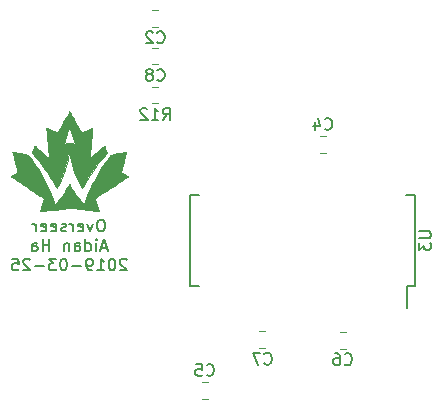
<source format=gbr>
G04 #@! TF.GenerationSoftware,KiCad,Pcbnew,5.1.0*
G04 #@! TF.CreationDate,2019-04-19T00:12:28-04:00*
G04 #@! TF.ProjectId,gps,6770732e-6b69-4636-9164-5f7063625858,rev?*
G04 #@! TF.SameCoordinates,Original*
G04 #@! TF.FileFunction,Legend,Bot*
G04 #@! TF.FilePolarity,Positive*
%FSLAX46Y46*%
G04 Gerber Fmt 4.6, Leading zero omitted, Abs format (unit mm)*
G04 Created by KiCad (PCBNEW 5.1.0) date 2019-04-19 00:12:28*
%MOMM*%
%LPD*%
G04 APERTURE LIST*
%ADD10C,0.150000*%
%ADD11C,0.120000*%
%ADD12C,0.010000*%
G04 APERTURE END LIST*
D10*
X122114914Y-88023180D02*
X121924438Y-88023180D01*
X121829200Y-88070800D01*
X121733961Y-88166038D01*
X121686342Y-88356514D01*
X121686342Y-88689847D01*
X121733961Y-88880323D01*
X121829200Y-88975561D01*
X121924438Y-89023180D01*
X122114914Y-89023180D01*
X122210152Y-88975561D01*
X122305390Y-88880323D01*
X122353009Y-88689847D01*
X122353009Y-88356514D01*
X122305390Y-88166038D01*
X122210152Y-88070800D01*
X122114914Y-88023180D01*
X121353009Y-88356514D02*
X121114914Y-89023180D01*
X120876819Y-88356514D01*
X120114914Y-88975561D02*
X120210152Y-89023180D01*
X120400628Y-89023180D01*
X120495866Y-88975561D01*
X120543485Y-88880323D01*
X120543485Y-88499371D01*
X120495866Y-88404133D01*
X120400628Y-88356514D01*
X120210152Y-88356514D01*
X120114914Y-88404133D01*
X120067295Y-88499371D01*
X120067295Y-88594609D01*
X120543485Y-88689847D01*
X119638723Y-89023180D02*
X119638723Y-88356514D01*
X119638723Y-88546990D02*
X119591104Y-88451752D01*
X119543485Y-88404133D01*
X119448247Y-88356514D01*
X119353009Y-88356514D01*
X119067295Y-88975561D02*
X118972057Y-89023180D01*
X118781580Y-89023180D01*
X118686342Y-88975561D01*
X118638723Y-88880323D01*
X118638723Y-88832704D01*
X118686342Y-88737466D01*
X118781580Y-88689847D01*
X118924438Y-88689847D01*
X119019676Y-88642228D01*
X119067295Y-88546990D01*
X119067295Y-88499371D01*
X119019676Y-88404133D01*
X118924438Y-88356514D01*
X118781580Y-88356514D01*
X118686342Y-88404133D01*
X117829200Y-88975561D02*
X117924438Y-89023180D01*
X118114914Y-89023180D01*
X118210152Y-88975561D01*
X118257771Y-88880323D01*
X118257771Y-88499371D01*
X118210152Y-88404133D01*
X118114914Y-88356514D01*
X117924438Y-88356514D01*
X117829200Y-88404133D01*
X117781580Y-88499371D01*
X117781580Y-88594609D01*
X118257771Y-88689847D01*
X116972057Y-88975561D02*
X117067295Y-89023180D01*
X117257771Y-89023180D01*
X117353009Y-88975561D01*
X117400628Y-88880323D01*
X117400628Y-88499371D01*
X117353009Y-88404133D01*
X117257771Y-88356514D01*
X117067295Y-88356514D01*
X116972057Y-88404133D01*
X116924438Y-88499371D01*
X116924438Y-88594609D01*
X117400628Y-88689847D01*
X116495866Y-89023180D02*
X116495866Y-88356514D01*
X116495866Y-88546990D02*
X116448247Y-88451752D01*
X116400628Y-88404133D01*
X116305390Y-88356514D01*
X116210152Y-88356514D01*
X122519676Y-90387466D02*
X122043485Y-90387466D01*
X122614914Y-90673180D02*
X122281580Y-89673180D01*
X121948247Y-90673180D01*
X121614914Y-90673180D02*
X121614914Y-90006514D01*
X121614914Y-89673180D02*
X121662533Y-89720800D01*
X121614914Y-89768419D01*
X121567295Y-89720800D01*
X121614914Y-89673180D01*
X121614914Y-89768419D01*
X120710152Y-90673180D02*
X120710152Y-89673180D01*
X120710152Y-90625561D02*
X120805390Y-90673180D01*
X120995866Y-90673180D01*
X121091104Y-90625561D01*
X121138723Y-90577942D01*
X121186342Y-90482704D01*
X121186342Y-90196990D01*
X121138723Y-90101752D01*
X121091104Y-90054133D01*
X120995866Y-90006514D01*
X120805390Y-90006514D01*
X120710152Y-90054133D01*
X119805390Y-90673180D02*
X119805390Y-90149371D01*
X119853009Y-90054133D01*
X119948247Y-90006514D01*
X120138723Y-90006514D01*
X120233961Y-90054133D01*
X119805390Y-90625561D02*
X119900628Y-90673180D01*
X120138723Y-90673180D01*
X120233961Y-90625561D01*
X120281580Y-90530323D01*
X120281580Y-90435085D01*
X120233961Y-90339847D01*
X120138723Y-90292228D01*
X119900628Y-90292228D01*
X119805390Y-90244609D01*
X119329200Y-90006514D02*
X119329200Y-90673180D01*
X119329200Y-90101752D02*
X119281580Y-90054133D01*
X119186342Y-90006514D01*
X119043485Y-90006514D01*
X118948247Y-90054133D01*
X118900628Y-90149371D01*
X118900628Y-90673180D01*
X117662533Y-90673180D02*
X117662533Y-89673180D01*
X117662533Y-90149371D02*
X117091104Y-90149371D01*
X117091104Y-90673180D02*
X117091104Y-89673180D01*
X116186342Y-90673180D02*
X116186342Y-90149371D01*
X116233961Y-90054133D01*
X116329199Y-90006514D01*
X116519676Y-90006514D01*
X116614914Y-90054133D01*
X116186342Y-90625561D02*
X116281580Y-90673180D01*
X116519676Y-90673180D01*
X116614914Y-90625561D01*
X116662533Y-90530323D01*
X116662533Y-90435085D01*
X116614914Y-90339847D01*
X116519676Y-90292228D01*
X116281580Y-90292228D01*
X116186342Y-90244609D01*
X124186342Y-91418419D02*
X124138723Y-91370800D01*
X124043485Y-91323180D01*
X123805390Y-91323180D01*
X123710152Y-91370800D01*
X123662533Y-91418419D01*
X123614914Y-91513657D01*
X123614914Y-91608895D01*
X123662533Y-91751752D01*
X124233961Y-92323180D01*
X123614914Y-92323180D01*
X122995866Y-91323180D02*
X122900628Y-91323180D01*
X122805390Y-91370800D01*
X122757771Y-91418419D01*
X122710152Y-91513657D01*
X122662533Y-91704133D01*
X122662533Y-91942228D01*
X122710152Y-92132704D01*
X122757771Y-92227942D01*
X122805390Y-92275561D01*
X122900628Y-92323180D01*
X122995866Y-92323180D01*
X123091104Y-92275561D01*
X123138723Y-92227942D01*
X123186342Y-92132704D01*
X123233961Y-91942228D01*
X123233961Y-91704133D01*
X123186342Y-91513657D01*
X123138723Y-91418419D01*
X123091104Y-91370800D01*
X122995866Y-91323180D01*
X121710152Y-92323180D02*
X122281580Y-92323180D01*
X121995866Y-92323180D02*
X121995866Y-91323180D01*
X122091104Y-91466038D01*
X122186342Y-91561276D01*
X122281580Y-91608895D01*
X121233961Y-92323180D02*
X121043485Y-92323180D01*
X120948247Y-92275561D01*
X120900628Y-92227942D01*
X120805390Y-92085085D01*
X120757771Y-91894609D01*
X120757771Y-91513657D01*
X120805390Y-91418419D01*
X120853009Y-91370800D01*
X120948247Y-91323180D01*
X121138723Y-91323180D01*
X121233961Y-91370800D01*
X121281580Y-91418419D01*
X121329200Y-91513657D01*
X121329200Y-91751752D01*
X121281580Y-91846990D01*
X121233961Y-91894609D01*
X121138723Y-91942228D01*
X120948247Y-91942228D01*
X120853009Y-91894609D01*
X120805390Y-91846990D01*
X120757771Y-91751752D01*
X120329200Y-91942228D02*
X119567295Y-91942228D01*
X118900628Y-91323180D02*
X118805390Y-91323180D01*
X118710152Y-91370800D01*
X118662533Y-91418419D01*
X118614914Y-91513657D01*
X118567295Y-91704133D01*
X118567295Y-91942228D01*
X118614914Y-92132704D01*
X118662533Y-92227942D01*
X118710152Y-92275561D01*
X118805390Y-92323180D01*
X118900628Y-92323180D01*
X118995866Y-92275561D01*
X119043485Y-92227942D01*
X119091104Y-92132704D01*
X119138723Y-91942228D01*
X119138723Y-91704133D01*
X119091104Y-91513657D01*
X119043485Y-91418419D01*
X118995866Y-91370800D01*
X118900628Y-91323180D01*
X118233961Y-91323180D02*
X117614914Y-91323180D01*
X117948247Y-91704133D01*
X117805390Y-91704133D01*
X117710152Y-91751752D01*
X117662533Y-91799371D01*
X117614914Y-91894609D01*
X117614914Y-92132704D01*
X117662533Y-92227942D01*
X117710152Y-92275561D01*
X117805390Y-92323180D01*
X118091104Y-92323180D01*
X118186342Y-92275561D01*
X118233961Y-92227942D01*
X117186342Y-91942228D02*
X116424438Y-91942228D01*
X115995866Y-91418419D02*
X115948247Y-91370800D01*
X115853009Y-91323180D01*
X115614914Y-91323180D01*
X115519676Y-91370800D01*
X115472057Y-91418419D01*
X115424438Y-91513657D01*
X115424438Y-91608895D01*
X115472057Y-91751752D01*
X116043485Y-92323180D01*
X115424438Y-92323180D01*
X114519676Y-91323180D02*
X114995866Y-91323180D01*
X115043485Y-91799371D01*
X114995866Y-91751752D01*
X114900628Y-91704133D01*
X114662533Y-91704133D01*
X114567295Y-91751752D01*
X114519676Y-91799371D01*
X114472057Y-91894609D01*
X114472057Y-92132704D01*
X114519676Y-92227942D01*
X114567295Y-92275561D01*
X114662533Y-92323180D01*
X114900628Y-92323180D01*
X114995866Y-92275561D01*
X115043485Y-92227942D01*
X147940000Y-93664000D02*
X147940000Y-95489000D01*
X129540000Y-93664000D02*
X129540000Y-85914000D01*
X148590000Y-93664000D02*
X148590000Y-85914000D01*
X129540000Y-93664000D02*
X130285000Y-93664000D01*
X129540000Y-85914000D02*
X130285000Y-85914000D01*
X148590000Y-85914000D02*
X147845000Y-85914000D01*
X148590000Y-93664000D02*
X147940000Y-93664000D01*
D11*
X126880252Y-71703000D02*
X126357748Y-71703000D01*
X126880252Y-70283000D02*
X126357748Y-70283000D01*
X141078852Y-82345600D02*
X140556348Y-82345600D01*
X141078852Y-80925600D02*
X140556348Y-80925600D01*
X130548748Y-103173600D02*
X131071252Y-103173600D01*
X130548748Y-101753600D02*
X131071252Y-101753600D01*
X142232748Y-98957200D02*
X142755252Y-98957200D01*
X142232748Y-97537200D02*
X142755252Y-97537200D01*
X135948052Y-98906400D02*
X135425548Y-98906400D01*
X135948052Y-97486400D02*
X135425548Y-97486400D01*
X126357748Y-74878000D02*
X126880252Y-74878000D01*
X126357748Y-73458000D02*
X126880252Y-73458000D01*
X126880252Y-76760000D02*
X126357748Y-76760000D01*
X126880252Y-78180000D02*
X126357748Y-78180000D01*
D12*
G36*
X124153207Y-82271339D02*
G01*
X124114534Y-82278199D01*
X124053896Y-82289460D01*
X123973962Y-82304610D01*
X123877402Y-82323142D01*
X123766883Y-82344544D01*
X123645076Y-82368309D01*
X123514649Y-82393926D01*
X123512412Y-82394367D01*
X123351246Y-82426347D01*
X123215650Y-82453763D01*
X123103808Y-82477030D01*
X123013905Y-82496559D01*
X122944122Y-82512765D01*
X122892644Y-82526060D01*
X122857653Y-82536857D01*
X122837335Y-82545569D01*
X122832396Y-82549008D01*
X122807453Y-82575853D01*
X122769148Y-82622711D01*
X122719707Y-82686532D01*
X122661353Y-82764266D01*
X122596312Y-82852863D01*
X122526808Y-82949274D01*
X122455067Y-83050448D01*
X122383312Y-83153337D01*
X122313770Y-83254890D01*
X122270054Y-83319867D01*
X122063517Y-83638068D01*
X121861163Y-83966952D01*
X121665292Y-84302258D01*
X121478203Y-84639725D01*
X121302197Y-84975094D01*
X121139574Y-85304103D01*
X120992632Y-85622492D01*
X120865037Y-85922633D01*
X120832868Y-86004660D01*
X120797901Y-86098275D01*
X120761779Y-86198636D01*
X120726140Y-86300898D01*
X120692627Y-86400217D01*
X120662880Y-86491752D01*
X120638540Y-86570658D01*
X120621248Y-86632091D01*
X120613823Y-86664144D01*
X120605307Y-86697430D01*
X120596360Y-86715089D01*
X120594447Y-86715948D01*
X120581092Y-86705868D01*
X120552456Y-86677684D01*
X120511309Y-86634481D01*
X120460424Y-86579346D01*
X120402569Y-86515362D01*
X120340516Y-86445616D01*
X120277036Y-86373193D01*
X120214898Y-86301178D01*
X120156873Y-86232656D01*
X120114502Y-86181479D01*
X119984738Y-86017680D01*
X119865241Y-85855645D01*
X119751766Y-85689024D01*
X119640065Y-85511469D01*
X119525893Y-85316629D01*
X119472977Y-85222342D01*
X119433574Y-85152913D01*
X119398269Y-85093732D01*
X119369360Y-85048410D01*
X119349145Y-85020558D01*
X119340082Y-85013575D01*
X119329548Y-85029692D01*
X119308915Y-85065095D01*
X119281190Y-85114512D01*
X119250244Y-85171072D01*
X119096423Y-85442832D01*
X118940107Y-85693019D01*
X118777180Y-85927850D01*
X118603526Y-86153539D01*
X118581926Y-86180113D01*
X118529039Y-86243821D01*
X118469832Y-86313480D01*
X118407067Y-86386011D01*
X118343510Y-86458336D01*
X118281922Y-86527377D01*
X118225068Y-86590057D01*
X118175711Y-86643296D01*
X118136616Y-86684018D01*
X118110545Y-86709143D01*
X118100835Y-86715948D01*
X118092343Y-86703761D01*
X118083381Y-86673537D01*
X118081459Y-86664144D01*
X118070629Y-86619251D01*
X118051503Y-86553200D01*
X118025721Y-86470834D01*
X117994924Y-86376997D01*
X117960753Y-86276533D01*
X117924849Y-86174286D01*
X117888854Y-86075097D01*
X117854407Y-85983812D01*
X117830245Y-85922633D01*
X117703616Y-85624802D01*
X117559283Y-85311921D01*
X117399565Y-84988283D01*
X117226777Y-84658179D01*
X117043235Y-84325901D01*
X116851256Y-83995742D01*
X116653156Y-83671992D01*
X116451251Y-83358943D01*
X116426610Y-83321901D01*
X116359845Y-83223044D01*
X116289378Y-83120788D01*
X116217431Y-83018178D01*
X116146224Y-82918259D01*
X116077976Y-82824078D01*
X116014910Y-82738678D01*
X115959244Y-82665107D01*
X115913200Y-82606408D01*
X115878997Y-82565628D01*
X115863494Y-82549558D01*
X115848788Y-82541621D01*
X115819019Y-82531532D01*
X115772487Y-82518904D01*
X115707497Y-82503353D01*
X115622352Y-82484494D01*
X115515353Y-82461941D01*
X115384805Y-82435309D01*
X115229010Y-82404213D01*
X115183478Y-82395216D01*
X115052868Y-82369527D01*
X114930833Y-82345673D01*
X114820038Y-82324163D01*
X114723153Y-82305510D01*
X114642845Y-82290224D01*
X114581782Y-82278815D01*
X114542630Y-82271795D01*
X114528059Y-82269674D01*
X114528037Y-82269686D01*
X114530859Y-82283086D01*
X114539886Y-82320691D01*
X114554417Y-82379742D01*
X114573753Y-82457477D01*
X114597193Y-82551138D01*
X114624036Y-82657963D01*
X114653583Y-82775194D01*
X114685134Y-82900068D01*
X114717987Y-83029827D01*
X114751443Y-83161710D01*
X114784802Y-83292957D01*
X114817363Y-83420807D01*
X114848426Y-83542502D01*
X114877290Y-83655280D01*
X114903256Y-83756381D01*
X114925624Y-83843045D01*
X114943692Y-83912513D01*
X114956761Y-83962023D01*
X114964131Y-83988816D01*
X114964449Y-83989881D01*
X114961070Y-84000482D01*
X114944465Y-84016595D01*
X114912483Y-84039632D01*
X114862970Y-84071007D01*
X114793774Y-84112132D01*
X114702742Y-84164421D01*
X114671670Y-84182033D01*
X114589211Y-84229080D01*
X114515432Y-84271970D01*
X114453612Y-84308731D01*
X114407028Y-84337394D01*
X114378959Y-84355988D01*
X114372025Y-84362199D01*
X114383451Y-84371022D01*
X114416782Y-84394094D01*
X114470595Y-84430475D01*
X114543467Y-84479226D01*
X114633977Y-84539407D01*
X114740701Y-84610080D01*
X114862217Y-84690304D01*
X114997103Y-84779140D01*
X115143937Y-84875649D01*
X115301295Y-84978892D01*
X115467755Y-85087928D01*
X115641896Y-85201819D01*
X115777562Y-85290430D01*
X115956582Y-85407404D01*
X116129000Y-85520282D01*
X116293390Y-85628120D01*
X116448329Y-85729975D01*
X116592395Y-85824904D01*
X116724164Y-85911964D01*
X116842213Y-85990213D01*
X116945119Y-86058707D01*
X117031457Y-86116502D01*
X117099805Y-86162657D01*
X117148740Y-86196228D01*
X117176838Y-86216272D01*
X117183382Y-86221866D01*
X117179367Y-86237770D01*
X117167790Y-86277296D01*
X117149546Y-86337545D01*
X117125527Y-86415618D01*
X117096627Y-86508618D01*
X117063740Y-86613645D01*
X117027759Y-86727800D01*
X117014803Y-86768734D01*
X116978227Y-86885083D01*
X116944819Y-86993115D01*
X116915424Y-87089968D01*
X116890884Y-87172782D01*
X116872043Y-87238697D01*
X116859744Y-87284852D01*
X116854830Y-87308387D01*
X116855021Y-87310762D01*
X116869869Y-87310474D01*
X116910378Y-87307033D01*
X116974577Y-87300662D01*
X117060496Y-87291580D01*
X117166167Y-87280009D01*
X117289618Y-87266169D01*
X117428879Y-87250282D01*
X117581982Y-87232567D01*
X117746955Y-87213247D01*
X117921829Y-87192542D01*
X118104634Y-87170673D01*
X118105871Y-87170524D01*
X119347641Y-87021208D01*
X120563964Y-87167811D01*
X120745559Y-87189654D01*
X120919683Y-87210514D01*
X121084292Y-87230148D01*
X121237345Y-87248319D01*
X121376797Y-87264787D01*
X121500606Y-87279311D01*
X121606730Y-87291651D01*
X121693124Y-87301569D01*
X121757746Y-87308823D01*
X121798553Y-87313175D01*
X121813088Y-87314414D01*
X121838286Y-87310237D01*
X121845888Y-87302863D01*
X121841812Y-87287476D01*
X121830184Y-87248468D01*
X121811904Y-87188738D01*
X121787873Y-87111188D01*
X121758989Y-87018716D01*
X121726154Y-86914224D01*
X121690266Y-86800610D01*
X121678874Y-86764661D01*
X121642215Y-86648687D01*
X121608343Y-86540808D01*
X121578159Y-86443946D01*
X121552565Y-86361027D01*
X121532461Y-86294975D01*
X121518749Y-86248716D01*
X121512330Y-86225173D01*
X121511961Y-86222979D01*
X121523403Y-86213602D01*
X121556754Y-86189990D01*
X121610593Y-86153088D01*
X121683494Y-86103839D01*
X121774035Y-86043187D01*
X121880794Y-85972079D01*
X122002347Y-85891456D01*
X122137271Y-85802265D01*
X122284143Y-85705449D01*
X122441540Y-85601952D01*
X122608038Y-85492719D01*
X122782216Y-85378695D01*
X122917659Y-85290190D01*
X123096651Y-85173235D01*
X123269038Y-85060431D01*
X123433397Y-84952715D01*
X123588305Y-84851027D01*
X123732341Y-84756307D01*
X123864083Y-84669494D01*
X123982108Y-84591527D01*
X124084994Y-84523344D01*
X124171318Y-84465887D01*
X124239659Y-84420092D01*
X124288594Y-84386901D01*
X124316701Y-84367252D01*
X124323257Y-84361959D01*
X124311649Y-84352512D01*
X124279007Y-84331474D01*
X124228611Y-84300814D01*
X124163737Y-84262499D01*
X124087664Y-84218497D01*
X124023612Y-84182033D01*
X123925785Y-84126212D01*
X123850423Y-84081967D01*
X123795374Y-84047886D01*
X123758486Y-84022555D01*
X123737606Y-84004563D01*
X123730580Y-83992495D01*
X123730833Y-83989881D01*
X123737768Y-83964847D01*
X123750453Y-83916891D01*
X123768187Y-83848774D01*
X123790270Y-83763255D01*
X123816002Y-83663097D01*
X123844682Y-83551058D01*
X123875611Y-83429900D01*
X123908088Y-83302383D01*
X123941414Y-83171268D01*
X123974887Y-83039314D01*
X124007808Y-82909282D01*
X124039476Y-82783934D01*
X124069191Y-82666028D01*
X124096254Y-82558326D01*
X124119963Y-82463588D01*
X124139619Y-82384575D01*
X124154521Y-82324047D01*
X124163970Y-82284764D01*
X124167265Y-82269487D01*
X124167246Y-82269387D01*
X124153207Y-82271339D01*
X124153207Y-82271339D01*
G37*
X124153207Y-82271339D02*
X124114534Y-82278199D01*
X124053896Y-82289460D01*
X123973962Y-82304610D01*
X123877402Y-82323142D01*
X123766883Y-82344544D01*
X123645076Y-82368309D01*
X123514649Y-82393926D01*
X123512412Y-82394367D01*
X123351246Y-82426347D01*
X123215650Y-82453763D01*
X123103808Y-82477030D01*
X123013905Y-82496559D01*
X122944122Y-82512765D01*
X122892644Y-82526060D01*
X122857653Y-82536857D01*
X122837335Y-82545569D01*
X122832396Y-82549008D01*
X122807453Y-82575853D01*
X122769148Y-82622711D01*
X122719707Y-82686532D01*
X122661353Y-82764266D01*
X122596312Y-82852863D01*
X122526808Y-82949274D01*
X122455067Y-83050448D01*
X122383312Y-83153337D01*
X122313770Y-83254890D01*
X122270054Y-83319867D01*
X122063517Y-83638068D01*
X121861163Y-83966952D01*
X121665292Y-84302258D01*
X121478203Y-84639725D01*
X121302197Y-84975094D01*
X121139574Y-85304103D01*
X120992632Y-85622492D01*
X120865037Y-85922633D01*
X120832868Y-86004660D01*
X120797901Y-86098275D01*
X120761779Y-86198636D01*
X120726140Y-86300898D01*
X120692627Y-86400217D01*
X120662880Y-86491752D01*
X120638540Y-86570658D01*
X120621248Y-86632091D01*
X120613823Y-86664144D01*
X120605307Y-86697430D01*
X120596360Y-86715089D01*
X120594447Y-86715948D01*
X120581092Y-86705868D01*
X120552456Y-86677684D01*
X120511309Y-86634481D01*
X120460424Y-86579346D01*
X120402569Y-86515362D01*
X120340516Y-86445616D01*
X120277036Y-86373193D01*
X120214898Y-86301178D01*
X120156873Y-86232656D01*
X120114502Y-86181479D01*
X119984738Y-86017680D01*
X119865241Y-85855645D01*
X119751766Y-85689024D01*
X119640065Y-85511469D01*
X119525893Y-85316629D01*
X119472977Y-85222342D01*
X119433574Y-85152913D01*
X119398269Y-85093732D01*
X119369360Y-85048410D01*
X119349145Y-85020558D01*
X119340082Y-85013575D01*
X119329548Y-85029692D01*
X119308915Y-85065095D01*
X119281190Y-85114512D01*
X119250244Y-85171072D01*
X119096423Y-85442832D01*
X118940107Y-85693019D01*
X118777180Y-85927850D01*
X118603526Y-86153539D01*
X118581926Y-86180113D01*
X118529039Y-86243821D01*
X118469832Y-86313480D01*
X118407067Y-86386011D01*
X118343510Y-86458336D01*
X118281922Y-86527377D01*
X118225068Y-86590057D01*
X118175711Y-86643296D01*
X118136616Y-86684018D01*
X118110545Y-86709143D01*
X118100835Y-86715948D01*
X118092343Y-86703761D01*
X118083381Y-86673537D01*
X118081459Y-86664144D01*
X118070629Y-86619251D01*
X118051503Y-86553200D01*
X118025721Y-86470834D01*
X117994924Y-86376997D01*
X117960753Y-86276533D01*
X117924849Y-86174286D01*
X117888854Y-86075097D01*
X117854407Y-85983812D01*
X117830245Y-85922633D01*
X117703616Y-85624802D01*
X117559283Y-85311921D01*
X117399565Y-84988283D01*
X117226777Y-84658179D01*
X117043235Y-84325901D01*
X116851256Y-83995742D01*
X116653156Y-83671992D01*
X116451251Y-83358943D01*
X116426610Y-83321901D01*
X116359845Y-83223044D01*
X116289378Y-83120788D01*
X116217431Y-83018178D01*
X116146224Y-82918259D01*
X116077976Y-82824078D01*
X116014910Y-82738678D01*
X115959244Y-82665107D01*
X115913200Y-82606408D01*
X115878997Y-82565628D01*
X115863494Y-82549558D01*
X115848788Y-82541621D01*
X115819019Y-82531532D01*
X115772487Y-82518904D01*
X115707497Y-82503353D01*
X115622352Y-82484494D01*
X115515353Y-82461941D01*
X115384805Y-82435309D01*
X115229010Y-82404213D01*
X115183478Y-82395216D01*
X115052868Y-82369527D01*
X114930833Y-82345673D01*
X114820038Y-82324163D01*
X114723153Y-82305510D01*
X114642845Y-82290224D01*
X114581782Y-82278815D01*
X114542630Y-82271795D01*
X114528059Y-82269674D01*
X114528037Y-82269686D01*
X114530859Y-82283086D01*
X114539886Y-82320691D01*
X114554417Y-82379742D01*
X114573753Y-82457477D01*
X114597193Y-82551138D01*
X114624036Y-82657963D01*
X114653583Y-82775194D01*
X114685134Y-82900068D01*
X114717987Y-83029827D01*
X114751443Y-83161710D01*
X114784802Y-83292957D01*
X114817363Y-83420807D01*
X114848426Y-83542502D01*
X114877290Y-83655280D01*
X114903256Y-83756381D01*
X114925624Y-83843045D01*
X114943692Y-83912513D01*
X114956761Y-83962023D01*
X114964131Y-83988816D01*
X114964449Y-83989881D01*
X114961070Y-84000482D01*
X114944465Y-84016595D01*
X114912483Y-84039632D01*
X114862970Y-84071007D01*
X114793774Y-84112132D01*
X114702742Y-84164421D01*
X114671670Y-84182033D01*
X114589211Y-84229080D01*
X114515432Y-84271970D01*
X114453612Y-84308731D01*
X114407028Y-84337394D01*
X114378959Y-84355988D01*
X114372025Y-84362199D01*
X114383451Y-84371022D01*
X114416782Y-84394094D01*
X114470595Y-84430475D01*
X114543467Y-84479226D01*
X114633977Y-84539407D01*
X114740701Y-84610080D01*
X114862217Y-84690304D01*
X114997103Y-84779140D01*
X115143937Y-84875649D01*
X115301295Y-84978892D01*
X115467755Y-85087928D01*
X115641896Y-85201819D01*
X115777562Y-85290430D01*
X115956582Y-85407404D01*
X116129000Y-85520282D01*
X116293390Y-85628120D01*
X116448329Y-85729975D01*
X116592395Y-85824904D01*
X116724164Y-85911964D01*
X116842213Y-85990213D01*
X116945119Y-86058707D01*
X117031457Y-86116502D01*
X117099805Y-86162657D01*
X117148740Y-86196228D01*
X117176838Y-86216272D01*
X117183382Y-86221866D01*
X117179367Y-86237770D01*
X117167790Y-86277296D01*
X117149546Y-86337545D01*
X117125527Y-86415618D01*
X117096627Y-86508618D01*
X117063740Y-86613645D01*
X117027759Y-86727800D01*
X117014803Y-86768734D01*
X116978227Y-86885083D01*
X116944819Y-86993115D01*
X116915424Y-87089968D01*
X116890884Y-87172782D01*
X116872043Y-87238697D01*
X116859744Y-87284852D01*
X116854830Y-87308387D01*
X116855021Y-87310762D01*
X116869869Y-87310474D01*
X116910378Y-87307033D01*
X116974577Y-87300662D01*
X117060496Y-87291580D01*
X117166167Y-87280009D01*
X117289618Y-87266169D01*
X117428879Y-87250282D01*
X117581982Y-87232567D01*
X117746955Y-87213247D01*
X117921829Y-87192542D01*
X118104634Y-87170673D01*
X118105871Y-87170524D01*
X119347641Y-87021208D01*
X120563964Y-87167811D01*
X120745559Y-87189654D01*
X120919683Y-87210514D01*
X121084292Y-87230148D01*
X121237345Y-87248319D01*
X121376797Y-87264787D01*
X121500606Y-87279311D01*
X121606730Y-87291651D01*
X121693124Y-87301569D01*
X121757746Y-87308823D01*
X121798553Y-87313175D01*
X121813088Y-87314414D01*
X121838286Y-87310237D01*
X121845888Y-87302863D01*
X121841812Y-87287476D01*
X121830184Y-87248468D01*
X121811904Y-87188738D01*
X121787873Y-87111188D01*
X121758989Y-87018716D01*
X121726154Y-86914224D01*
X121690266Y-86800610D01*
X121678874Y-86764661D01*
X121642215Y-86648687D01*
X121608343Y-86540808D01*
X121578159Y-86443946D01*
X121552565Y-86361027D01*
X121532461Y-86294975D01*
X121518749Y-86248716D01*
X121512330Y-86225173D01*
X121511961Y-86222979D01*
X121523403Y-86213602D01*
X121556754Y-86189990D01*
X121610593Y-86153088D01*
X121683494Y-86103839D01*
X121774035Y-86043187D01*
X121880794Y-85972079D01*
X122002347Y-85891456D01*
X122137271Y-85802265D01*
X122284143Y-85705449D01*
X122441540Y-85601952D01*
X122608038Y-85492719D01*
X122782216Y-85378695D01*
X122917659Y-85290190D01*
X123096651Y-85173235D01*
X123269038Y-85060431D01*
X123433397Y-84952715D01*
X123588305Y-84851027D01*
X123732341Y-84756307D01*
X123864083Y-84669494D01*
X123982108Y-84591527D01*
X124084994Y-84523344D01*
X124171318Y-84465887D01*
X124239659Y-84420092D01*
X124288594Y-84386901D01*
X124316701Y-84367252D01*
X124323257Y-84361959D01*
X124311649Y-84352512D01*
X124279007Y-84331474D01*
X124228611Y-84300814D01*
X124163737Y-84262499D01*
X124087664Y-84218497D01*
X124023612Y-84182033D01*
X123925785Y-84126212D01*
X123850423Y-84081967D01*
X123795374Y-84047886D01*
X123758486Y-84022555D01*
X123737606Y-84004563D01*
X123730580Y-83992495D01*
X123730833Y-83989881D01*
X123737768Y-83964847D01*
X123750453Y-83916891D01*
X123768187Y-83848774D01*
X123790270Y-83763255D01*
X123816002Y-83663097D01*
X123844682Y-83551058D01*
X123875611Y-83429900D01*
X123908088Y-83302383D01*
X123941414Y-83171268D01*
X123974887Y-83039314D01*
X124007808Y-82909282D01*
X124039476Y-82783934D01*
X124069191Y-82666028D01*
X124096254Y-82558326D01*
X124119963Y-82463588D01*
X124139619Y-82384575D01*
X124154521Y-82324047D01*
X124163970Y-82284764D01*
X124167265Y-82269487D01*
X124167246Y-82269387D01*
X124153207Y-82271339D01*
G36*
X119338772Y-78879210D02*
G01*
X119317569Y-78913538D01*
X119285134Y-78968388D01*
X119242566Y-79041830D01*
X119190966Y-79131937D01*
X119131434Y-79236780D01*
X119065070Y-79354429D01*
X118992974Y-79482956D01*
X118916248Y-79620433D01*
X118849706Y-79740187D01*
X118769862Y-79884133D01*
X118693805Y-80021189D01*
X118622635Y-80149376D01*
X118557453Y-80266711D01*
X118499362Y-80371216D01*
X118449462Y-80460909D01*
X118408855Y-80533810D01*
X118378641Y-80587939D01*
X118359922Y-80621316D01*
X118353933Y-80631794D01*
X118345486Y-80634601D01*
X118325781Y-80631300D01*
X118292774Y-80621102D01*
X118244420Y-80603217D01*
X118178677Y-80576856D01*
X118093498Y-80541231D01*
X117986840Y-80495552D01*
X117873035Y-80446170D01*
X117766142Y-80399919D01*
X117667335Y-80357796D01*
X117579491Y-80320980D01*
X117505487Y-80290650D01*
X117448202Y-80267985D01*
X117410514Y-80254163D01*
X117395299Y-80250364D01*
X117395201Y-80250434D01*
X117395240Y-80265246D01*
X117397810Y-80305816D01*
X117402741Y-80370198D01*
X117409858Y-80456444D01*
X117418990Y-80562609D01*
X117429965Y-80686746D01*
X117442610Y-80826909D01*
X117456752Y-80981151D01*
X117472220Y-81147527D01*
X117488840Y-81324090D01*
X117506441Y-81508893D01*
X117509388Y-81539626D01*
X117527159Y-81725515D01*
X117544036Y-81903427D01*
X117559842Y-82071420D01*
X117574402Y-82227554D01*
X117587537Y-82369888D01*
X117599072Y-82496482D01*
X117608831Y-82605395D01*
X117616635Y-82694685D01*
X117622309Y-82762413D01*
X117625677Y-82806638D01*
X117626560Y-82825419D01*
X117626455Y-82825938D01*
X117615297Y-82818021D01*
X117585225Y-82793173D01*
X117538087Y-82753005D01*
X117475733Y-82699126D01*
X117400009Y-82633145D01*
X117312765Y-82556672D01*
X117215849Y-82471318D01*
X117111110Y-82378691D01*
X117018478Y-82296479D01*
X116908384Y-82198787D01*
X116804401Y-82106846D01*
X116708400Y-82022290D01*
X116622252Y-81946752D01*
X116547831Y-81881865D01*
X116487006Y-81829261D01*
X116441651Y-81790574D01*
X116413636Y-81767435D01*
X116404894Y-81761209D01*
X116400645Y-81764325D01*
X116394116Y-81775216D01*
X116384402Y-81796195D01*
X116370598Y-81829577D01*
X116351799Y-81877676D01*
X116327099Y-81942804D01*
X116295594Y-82027277D01*
X116256378Y-82133407D01*
X116211094Y-82256566D01*
X116169747Y-82369184D01*
X116288348Y-82506004D01*
X116441368Y-82687011D01*
X116601867Y-82885190D01*
X116767593Y-83097320D01*
X116936294Y-83320182D01*
X117105721Y-83550556D01*
X117273621Y-83785221D01*
X117437743Y-84020958D01*
X117595836Y-84254546D01*
X117745648Y-84482766D01*
X117884928Y-84702397D01*
X118011426Y-84910219D01*
X118122889Y-85103013D01*
X118190216Y-85226273D01*
X118265799Y-85368645D01*
X118311711Y-85301915D01*
X118399233Y-85165190D01*
X118489923Y-85005844D01*
X118581601Y-84828574D01*
X118672086Y-84638074D01*
X118759196Y-84439042D01*
X118840751Y-84236174D01*
X118914569Y-84034165D01*
X118950985Y-83925428D01*
X119016651Y-83711360D01*
X119082378Y-83476194D01*
X119146511Y-83226611D01*
X119207391Y-82969296D01*
X119263363Y-82710931D01*
X119306908Y-82489794D01*
X119346342Y-82278927D01*
X119417993Y-82635931D01*
X119497174Y-83007704D01*
X119580586Y-83353980D01*
X119668980Y-83676876D01*
X119763106Y-83978512D01*
X119863715Y-84261006D01*
X119971557Y-84526477D01*
X120087382Y-84777044D01*
X120211940Y-85014827D01*
X120334063Y-85222777D01*
X120367313Y-85275608D01*
X120395737Y-85319111D01*
X120415886Y-85348111D01*
X120423708Y-85357378D01*
X120434039Y-85348678D01*
X120453269Y-85320079D01*
X120478127Y-85276718D01*
X120492675Y-85249097D01*
X120573570Y-85098368D01*
X120670818Y-84929522D01*
X120782442Y-84745390D01*
X120906468Y-84548803D01*
X121040919Y-84342594D01*
X121183819Y-84129593D01*
X121333192Y-83912632D01*
X121487062Y-83694544D01*
X121643453Y-83478158D01*
X121800389Y-83266308D01*
X121955894Y-83061825D01*
X122107992Y-82867539D01*
X122254707Y-82686284D01*
X122394063Y-82520889D01*
X122406934Y-82506004D01*
X122525535Y-82369184D01*
X122484188Y-82256566D01*
X122436792Y-82127671D01*
X122397969Y-82022636D01*
X122366817Y-81939148D01*
X122342431Y-81874895D01*
X122323907Y-81827564D01*
X122310341Y-81794843D01*
X122300829Y-81774420D01*
X122294467Y-81763982D01*
X122290536Y-81761209D01*
X122278356Y-81770201D01*
X122247273Y-81796089D01*
X122199161Y-81837241D01*
X122135890Y-81892026D01*
X122059333Y-81958811D01*
X121971361Y-82035965D01*
X121873845Y-82121855D01*
X121768658Y-82214851D01*
X121676798Y-82296324D01*
X121566873Y-82393781D01*
X121463227Y-82485324D01*
X121367708Y-82569345D01*
X121282164Y-82644235D01*
X121208444Y-82708383D01*
X121148396Y-82760180D01*
X121103868Y-82798018D01*
X121076710Y-82820287D01*
X121068672Y-82825783D01*
X121069151Y-82811418D01*
X121072141Y-82771287D01*
X121077467Y-82707332D01*
X121084950Y-82621493D01*
X121094414Y-82515709D01*
X121105683Y-82391922D01*
X121118579Y-82252072D01*
X121132925Y-82098099D01*
X121148546Y-81931943D01*
X121165263Y-81755546D01*
X121167423Y-81732917D01*
X119853361Y-81732917D01*
X119848275Y-81734402D01*
X119827824Y-81719340D01*
X119796265Y-81690927D01*
X119792181Y-81687011D01*
X119742945Y-81646026D01*
X119681764Y-81604015D01*
X119625997Y-81572257D01*
X119501776Y-81525087D01*
X119375678Y-81504948D01*
X119250454Y-81511420D01*
X119128857Y-81544085D01*
X119013639Y-81602525D01*
X118913696Y-81680506D01*
X118878077Y-81712238D01*
X118852793Y-81731648D01*
X118842017Y-81735647D01*
X118842239Y-81733373D01*
X118847607Y-81716634D01*
X118860507Y-81675702D01*
X118880193Y-81612962D01*
X118905919Y-81530796D01*
X118936941Y-81431591D01*
X118972512Y-81317728D01*
X119011887Y-81191593D01*
X119054320Y-81055569D01*
X119096841Y-80919181D01*
X119141306Y-80776600D01*
X119183285Y-80642142D01*
X119222054Y-80518122D01*
X119256887Y-80406856D01*
X119287058Y-80310656D01*
X119311840Y-80231838D01*
X119330509Y-80172716D01*
X119342338Y-80135605D01*
X119346592Y-80122824D01*
X119351061Y-80135175D01*
X119363070Y-80171820D01*
X119381897Y-80230472D01*
X119406818Y-80308844D01*
X119437111Y-80404648D01*
X119472052Y-80515599D01*
X119510918Y-80639409D01*
X119552986Y-80773791D01*
X119597434Y-80916139D01*
X119642198Y-81059617D01*
X119684619Y-81195464D01*
X119723953Y-81321301D01*
X119759454Y-81434753D01*
X119790377Y-81533442D01*
X119815978Y-81614990D01*
X119835513Y-81677021D01*
X119848235Y-81717157D01*
X119853361Y-81732917D01*
X121167423Y-81732917D01*
X121182900Y-81570847D01*
X121185894Y-81539626D01*
X121203637Y-81353662D01*
X121220425Y-81175620D01*
X121236086Y-81007445D01*
X121250448Y-80851085D01*
X121263338Y-80708486D01*
X121274584Y-80581595D01*
X121284014Y-80472358D01*
X121291456Y-80382722D01*
X121296738Y-80314633D01*
X121299687Y-80270039D01*
X121300131Y-80250884D01*
X121299954Y-80250307D01*
X121285629Y-80253656D01*
X121248725Y-80267063D01*
X121192128Y-80289348D01*
X121118725Y-80319332D01*
X121031403Y-80355835D01*
X120933050Y-80397677D01*
X120826552Y-80443678D01*
X120824351Y-80444636D01*
X120717829Y-80490940D01*
X120619589Y-80533538D01*
X120532495Y-80571197D01*
X120459408Y-80602684D01*
X120403190Y-80626766D01*
X120366703Y-80642209D01*
X120352810Y-80647782D01*
X120352782Y-80647784D01*
X120345431Y-80635921D01*
X120325681Y-80601606D01*
X120294596Y-80546744D01*
X120253246Y-80473243D01*
X120202696Y-80383012D01*
X120144014Y-80277957D01*
X120078267Y-80159986D01*
X120006521Y-80031007D01*
X119929845Y-79892926D01*
X119854778Y-79757532D01*
X119774303Y-79612612D01*
X119697537Y-79475022D01*
X119625568Y-79346671D01*
X119559484Y-79229472D01*
X119500374Y-79125333D01*
X119449325Y-79036164D01*
X119407426Y-78963876D01*
X119375765Y-78910378D01*
X119355431Y-78877582D01*
X119347641Y-78867333D01*
X119338772Y-78879210D01*
X119338772Y-78879210D01*
G37*
X119338772Y-78879210D02*
X119317569Y-78913538D01*
X119285134Y-78968388D01*
X119242566Y-79041830D01*
X119190966Y-79131937D01*
X119131434Y-79236780D01*
X119065070Y-79354429D01*
X118992974Y-79482956D01*
X118916248Y-79620433D01*
X118849706Y-79740187D01*
X118769862Y-79884133D01*
X118693805Y-80021189D01*
X118622635Y-80149376D01*
X118557453Y-80266711D01*
X118499362Y-80371216D01*
X118449462Y-80460909D01*
X118408855Y-80533810D01*
X118378641Y-80587939D01*
X118359922Y-80621316D01*
X118353933Y-80631794D01*
X118345486Y-80634601D01*
X118325781Y-80631300D01*
X118292774Y-80621102D01*
X118244420Y-80603217D01*
X118178677Y-80576856D01*
X118093498Y-80541231D01*
X117986840Y-80495552D01*
X117873035Y-80446170D01*
X117766142Y-80399919D01*
X117667335Y-80357796D01*
X117579491Y-80320980D01*
X117505487Y-80290650D01*
X117448202Y-80267985D01*
X117410514Y-80254163D01*
X117395299Y-80250364D01*
X117395201Y-80250434D01*
X117395240Y-80265246D01*
X117397810Y-80305816D01*
X117402741Y-80370198D01*
X117409858Y-80456444D01*
X117418990Y-80562609D01*
X117429965Y-80686746D01*
X117442610Y-80826909D01*
X117456752Y-80981151D01*
X117472220Y-81147527D01*
X117488840Y-81324090D01*
X117506441Y-81508893D01*
X117509388Y-81539626D01*
X117527159Y-81725515D01*
X117544036Y-81903427D01*
X117559842Y-82071420D01*
X117574402Y-82227554D01*
X117587537Y-82369888D01*
X117599072Y-82496482D01*
X117608831Y-82605395D01*
X117616635Y-82694685D01*
X117622309Y-82762413D01*
X117625677Y-82806638D01*
X117626560Y-82825419D01*
X117626455Y-82825938D01*
X117615297Y-82818021D01*
X117585225Y-82793173D01*
X117538087Y-82753005D01*
X117475733Y-82699126D01*
X117400009Y-82633145D01*
X117312765Y-82556672D01*
X117215849Y-82471318D01*
X117111110Y-82378691D01*
X117018478Y-82296479D01*
X116908384Y-82198787D01*
X116804401Y-82106846D01*
X116708400Y-82022290D01*
X116622252Y-81946752D01*
X116547831Y-81881865D01*
X116487006Y-81829261D01*
X116441651Y-81790574D01*
X116413636Y-81767435D01*
X116404894Y-81761209D01*
X116400645Y-81764325D01*
X116394116Y-81775216D01*
X116384402Y-81796195D01*
X116370598Y-81829577D01*
X116351799Y-81877676D01*
X116327099Y-81942804D01*
X116295594Y-82027277D01*
X116256378Y-82133407D01*
X116211094Y-82256566D01*
X116169747Y-82369184D01*
X116288348Y-82506004D01*
X116441368Y-82687011D01*
X116601867Y-82885190D01*
X116767593Y-83097320D01*
X116936294Y-83320182D01*
X117105721Y-83550556D01*
X117273621Y-83785221D01*
X117437743Y-84020958D01*
X117595836Y-84254546D01*
X117745648Y-84482766D01*
X117884928Y-84702397D01*
X118011426Y-84910219D01*
X118122889Y-85103013D01*
X118190216Y-85226273D01*
X118265799Y-85368645D01*
X118311711Y-85301915D01*
X118399233Y-85165190D01*
X118489923Y-85005844D01*
X118581601Y-84828574D01*
X118672086Y-84638074D01*
X118759196Y-84439042D01*
X118840751Y-84236174D01*
X118914569Y-84034165D01*
X118950985Y-83925428D01*
X119016651Y-83711360D01*
X119082378Y-83476194D01*
X119146511Y-83226611D01*
X119207391Y-82969296D01*
X119263363Y-82710931D01*
X119306908Y-82489794D01*
X119346342Y-82278927D01*
X119417993Y-82635931D01*
X119497174Y-83007704D01*
X119580586Y-83353980D01*
X119668980Y-83676876D01*
X119763106Y-83978512D01*
X119863715Y-84261006D01*
X119971557Y-84526477D01*
X120087382Y-84777044D01*
X120211940Y-85014827D01*
X120334063Y-85222777D01*
X120367313Y-85275608D01*
X120395737Y-85319111D01*
X120415886Y-85348111D01*
X120423708Y-85357378D01*
X120434039Y-85348678D01*
X120453269Y-85320079D01*
X120478127Y-85276718D01*
X120492675Y-85249097D01*
X120573570Y-85098368D01*
X120670818Y-84929522D01*
X120782442Y-84745390D01*
X120906468Y-84548803D01*
X121040919Y-84342594D01*
X121183819Y-84129593D01*
X121333192Y-83912632D01*
X121487062Y-83694544D01*
X121643453Y-83478158D01*
X121800389Y-83266308D01*
X121955894Y-83061825D01*
X122107992Y-82867539D01*
X122254707Y-82686284D01*
X122394063Y-82520889D01*
X122406934Y-82506004D01*
X122525535Y-82369184D01*
X122484188Y-82256566D01*
X122436792Y-82127671D01*
X122397969Y-82022636D01*
X122366817Y-81939148D01*
X122342431Y-81874895D01*
X122323907Y-81827564D01*
X122310341Y-81794843D01*
X122300829Y-81774420D01*
X122294467Y-81763982D01*
X122290536Y-81761209D01*
X122278356Y-81770201D01*
X122247273Y-81796089D01*
X122199161Y-81837241D01*
X122135890Y-81892026D01*
X122059333Y-81958811D01*
X121971361Y-82035965D01*
X121873845Y-82121855D01*
X121768658Y-82214851D01*
X121676798Y-82296324D01*
X121566873Y-82393781D01*
X121463227Y-82485324D01*
X121367708Y-82569345D01*
X121282164Y-82644235D01*
X121208444Y-82708383D01*
X121148396Y-82760180D01*
X121103868Y-82798018D01*
X121076710Y-82820287D01*
X121068672Y-82825783D01*
X121069151Y-82811418D01*
X121072141Y-82771287D01*
X121077467Y-82707332D01*
X121084950Y-82621493D01*
X121094414Y-82515709D01*
X121105683Y-82391922D01*
X121118579Y-82252072D01*
X121132925Y-82098099D01*
X121148546Y-81931943D01*
X121165263Y-81755546D01*
X121167423Y-81732917D01*
X119853361Y-81732917D01*
X119848275Y-81734402D01*
X119827824Y-81719340D01*
X119796265Y-81690927D01*
X119792181Y-81687011D01*
X119742945Y-81646026D01*
X119681764Y-81604015D01*
X119625997Y-81572257D01*
X119501776Y-81525087D01*
X119375678Y-81504948D01*
X119250454Y-81511420D01*
X119128857Y-81544085D01*
X119013639Y-81602525D01*
X118913696Y-81680506D01*
X118878077Y-81712238D01*
X118852793Y-81731648D01*
X118842017Y-81735647D01*
X118842239Y-81733373D01*
X118847607Y-81716634D01*
X118860507Y-81675702D01*
X118880193Y-81612962D01*
X118905919Y-81530796D01*
X118936941Y-81431591D01*
X118972512Y-81317728D01*
X119011887Y-81191593D01*
X119054320Y-81055569D01*
X119096841Y-80919181D01*
X119141306Y-80776600D01*
X119183285Y-80642142D01*
X119222054Y-80518122D01*
X119256887Y-80406856D01*
X119287058Y-80310656D01*
X119311840Y-80231838D01*
X119330509Y-80172716D01*
X119342338Y-80135605D01*
X119346592Y-80122824D01*
X119351061Y-80135175D01*
X119363070Y-80171820D01*
X119381897Y-80230472D01*
X119406818Y-80308844D01*
X119437111Y-80404648D01*
X119472052Y-80515599D01*
X119510918Y-80639409D01*
X119552986Y-80773791D01*
X119597434Y-80916139D01*
X119642198Y-81059617D01*
X119684619Y-81195464D01*
X119723953Y-81321301D01*
X119759454Y-81434753D01*
X119790377Y-81533442D01*
X119815978Y-81614990D01*
X119835513Y-81677021D01*
X119848235Y-81717157D01*
X119853361Y-81732917D01*
X121167423Y-81732917D01*
X121182900Y-81570847D01*
X121185894Y-81539626D01*
X121203637Y-81353662D01*
X121220425Y-81175620D01*
X121236086Y-81007445D01*
X121250448Y-80851085D01*
X121263338Y-80708486D01*
X121274584Y-80581595D01*
X121284014Y-80472358D01*
X121291456Y-80382722D01*
X121296738Y-80314633D01*
X121299687Y-80270039D01*
X121300131Y-80250884D01*
X121299954Y-80250307D01*
X121285629Y-80253656D01*
X121248725Y-80267063D01*
X121192128Y-80289348D01*
X121118725Y-80319332D01*
X121031403Y-80355835D01*
X120933050Y-80397677D01*
X120826552Y-80443678D01*
X120824351Y-80444636D01*
X120717829Y-80490940D01*
X120619589Y-80533538D01*
X120532495Y-80571197D01*
X120459408Y-80602684D01*
X120403190Y-80626766D01*
X120366703Y-80642209D01*
X120352810Y-80647782D01*
X120352782Y-80647784D01*
X120345431Y-80635921D01*
X120325681Y-80601606D01*
X120294596Y-80546744D01*
X120253246Y-80473243D01*
X120202696Y-80383012D01*
X120144014Y-80277957D01*
X120078267Y-80159986D01*
X120006521Y-80031007D01*
X119929845Y-79892926D01*
X119854778Y-79757532D01*
X119774303Y-79612612D01*
X119697537Y-79475022D01*
X119625568Y-79346671D01*
X119559484Y-79229472D01*
X119500374Y-79125333D01*
X119449325Y-79036164D01*
X119407426Y-78963876D01*
X119375765Y-78910378D01*
X119355431Y-78877582D01*
X119347641Y-78867333D01*
X119338772Y-78879210D01*
D10*
X148967380Y-89027095D02*
X149776904Y-89027095D01*
X149872142Y-89074714D01*
X149919761Y-89122333D01*
X149967380Y-89217571D01*
X149967380Y-89408047D01*
X149919761Y-89503285D01*
X149872142Y-89550904D01*
X149776904Y-89598523D01*
X148967380Y-89598523D01*
X148967380Y-89979476D02*
X148967380Y-90598523D01*
X149348333Y-90265190D01*
X149348333Y-90408047D01*
X149395952Y-90503285D01*
X149443571Y-90550904D01*
X149538809Y-90598523D01*
X149776904Y-90598523D01*
X149872142Y-90550904D01*
X149919761Y-90503285D01*
X149967380Y-90408047D01*
X149967380Y-90122333D01*
X149919761Y-90027095D01*
X149872142Y-89979476D01*
X126785666Y-73000142D02*
X126833285Y-73047761D01*
X126976142Y-73095380D01*
X127071380Y-73095380D01*
X127214238Y-73047761D01*
X127309476Y-72952523D01*
X127357095Y-72857285D01*
X127404714Y-72666809D01*
X127404714Y-72523952D01*
X127357095Y-72333476D01*
X127309476Y-72238238D01*
X127214238Y-72143000D01*
X127071380Y-72095380D01*
X126976142Y-72095380D01*
X126833285Y-72143000D01*
X126785666Y-72190619D01*
X126404714Y-72190619D02*
X126357095Y-72143000D01*
X126261857Y-72095380D01*
X126023761Y-72095380D01*
X125928523Y-72143000D01*
X125880904Y-72190619D01*
X125833285Y-72285857D01*
X125833285Y-72381095D01*
X125880904Y-72523952D01*
X126452333Y-73095380D01*
X125833285Y-73095380D01*
X140984266Y-80342742D02*
X141031885Y-80390361D01*
X141174742Y-80437980D01*
X141269980Y-80437980D01*
X141412838Y-80390361D01*
X141508076Y-80295123D01*
X141555695Y-80199885D01*
X141603314Y-80009409D01*
X141603314Y-79866552D01*
X141555695Y-79676076D01*
X141508076Y-79580838D01*
X141412838Y-79485600D01*
X141269980Y-79437980D01*
X141174742Y-79437980D01*
X141031885Y-79485600D01*
X140984266Y-79533219D01*
X140127123Y-79771314D02*
X140127123Y-80437980D01*
X140365219Y-79390361D02*
X140603314Y-80104647D01*
X139984266Y-80104647D01*
X130976666Y-101170742D02*
X131024285Y-101218361D01*
X131167142Y-101265980D01*
X131262380Y-101265980D01*
X131405238Y-101218361D01*
X131500476Y-101123123D01*
X131548095Y-101027885D01*
X131595714Y-100837409D01*
X131595714Y-100694552D01*
X131548095Y-100504076D01*
X131500476Y-100408838D01*
X131405238Y-100313600D01*
X131262380Y-100265980D01*
X131167142Y-100265980D01*
X131024285Y-100313600D01*
X130976666Y-100361219D01*
X130071904Y-100265980D02*
X130548095Y-100265980D01*
X130595714Y-100742171D01*
X130548095Y-100694552D01*
X130452857Y-100646933D01*
X130214761Y-100646933D01*
X130119523Y-100694552D01*
X130071904Y-100742171D01*
X130024285Y-100837409D01*
X130024285Y-101075504D01*
X130071904Y-101170742D01*
X130119523Y-101218361D01*
X130214761Y-101265980D01*
X130452857Y-101265980D01*
X130548095Y-101218361D01*
X130595714Y-101170742D01*
X142660666Y-100254342D02*
X142708285Y-100301961D01*
X142851142Y-100349580D01*
X142946380Y-100349580D01*
X143089238Y-100301961D01*
X143184476Y-100206723D01*
X143232095Y-100111485D01*
X143279714Y-99921009D01*
X143279714Y-99778152D01*
X143232095Y-99587676D01*
X143184476Y-99492438D01*
X143089238Y-99397200D01*
X142946380Y-99349580D01*
X142851142Y-99349580D01*
X142708285Y-99397200D01*
X142660666Y-99444819D01*
X141803523Y-99349580D02*
X141994000Y-99349580D01*
X142089238Y-99397200D01*
X142136857Y-99444819D01*
X142232095Y-99587676D01*
X142279714Y-99778152D01*
X142279714Y-100159104D01*
X142232095Y-100254342D01*
X142184476Y-100301961D01*
X142089238Y-100349580D01*
X141898761Y-100349580D01*
X141803523Y-100301961D01*
X141755904Y-100254342D01*
X141708285Y-100159104D01*
X141708285Y-99921009D01*
X141755904Y-99825771D01*
X141803523Y-99778152D01*
X141898761Y-99730533D01*
X142089238Y-99730533D01*
X142184476Y-99778152D01*
X142232095Y-99825771D01*
X142279714Y-99921009D01*
X135853466Y-100203542D02*
X135901085Y-100251161D01*
X136043942Y-100298780D01*
X136139180Y-100298780D01*
X136282038Y-100251161D01*
X136377276Y-100155923D01*
X136424895Y-100060685D01*
X136472514Y-99870209D01*
X136472514Y-99727352D01*
X136424895Y-99536876D01*
X136377276Y-99441638D01*
X136282038Y-99346400D01*
X136139180Y-99298780D01*
X136043942Y-99298780D01*
X135901085Y-99346400D01*
X135853466Y-99394019D01*
X135520133Y-99298780D02*
X134853466Y-99298780D01*
X135282038Y-100298780D01*
X126785666Y-76175142D02*
X126833285Y-76222761D01*
X126976142Y-76270380D01*
X127071380Y-76270380D01*
X127214238Y-76222761D01*
X127309476Y-76127523D01*
X127357095Y-76032285D01*
X127404714Y-75841809D01*
X127404714Y-75698952D01*
X127357095Y-75508476D01*
X127309476Y-75413238D01*
X127214238Y-75318000D01*
X127071380Y-75270380D01*
X126976142Y-75270380D01*
X126833285Y-75318000D01*
X126785666Y-75365619D01*
X126214238Y-75698952D02*
X126309476Y-75651333D01*
X126357095Y-75603714D01*
X126404714Y-75508476D01*
X126404714Y-75460857D01*
X126357095Y-75365619D01*
X126309476Y-75318000D01*
X126214238Y-75270380D01*
X126023761Y-75270380D01*
X125928523Y-75318000D01*
X125880904Y-75365619D01*
X125833285Y-75460857D01*
X125833285Y-75508476D01*
X125880904Y-75603714D01*
X125928523Y-75651333D01*
X126023761Y-75698952D01*
X126214238Y-75698952D01*
X126309476Y-75746571D01*
X126357095Y-75794190D01*
X126404714Y-75889428D01*
X126404714Y-76079904D01*
X126357095Y-76175142D01*
X126309476Y-76222761D01*
X126214238Y-76270380D01*
X126023761Y-76270380D01*
X125928523Y-76222761D01*
X125880904Y-76175142D01*
X125833285Y-76079904D01*
X125833285Y-75889428D01*
X125880904Y-75794190D01*
X125928523Y-75746571D01*
X126023761Y-75698952D01*
X127261857Y-79572380D02*
X127595190Y-79096190D01*
X127833285Y-79572380D02*
X127833285Y-78572380D01*
X127452333Y-78572380D01*
X127357095Y-78620000D01*
X127309476Y-78667619D01*
X127261857Y-78762857D01*
X127261857Y-78905714D01*
X127309476Y-79000952D01*
X127357095Y-79048571D01*
X127452333Y-79096190D01*
X127833285Y-79096190D01*
X126309476Y-79572380D02*
X126880904Y-79572380D01*
X126595190Y-79572380D02*
X126595190Y-78572380D01*
X126690428Y-78715238D01*
X126785666Y-78810476D01*
X126880904Y-78858095D01*
X125928523Y-78667619D02*
X125880904Y-78620000D01*
X125785666Y-78572380D01*
X125547571Y-78572380D01*
X125452333Y-78620000D01*
X125404714Y-78667619D01*
X125357095Y-78762857D01*
X125357095Y-78858095D01*
X125404714Y-79000952D01*
X125976142Y-79572380D01*
X125357095Y-79572380D01*
M02*

</source>
